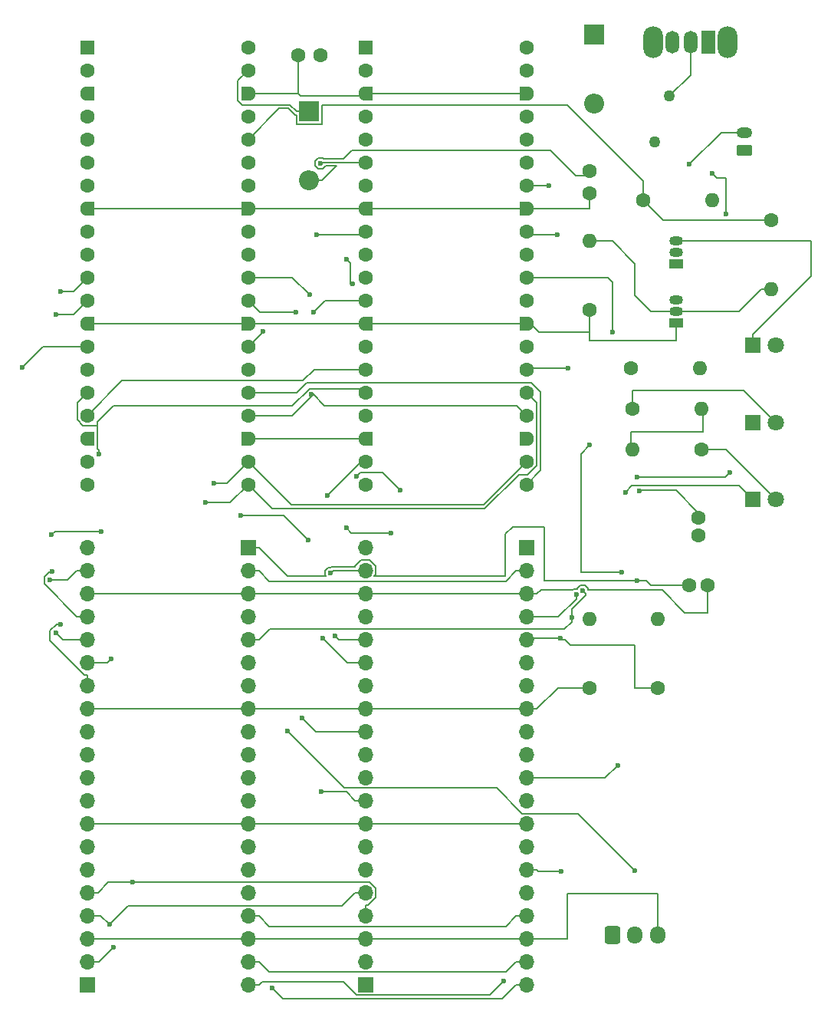
<source format=gbr>
%TF.GenerationSoftware,KiCad,Pcbnew,9.0.1*%
%TF.CreationDate,2025-09-26T21:18:28-04:00*%
%TF.ProjectId,Design V3.0,44657369-676e-4205-9633-2e302e6b6963,rev?*%
%TF.SameCoordinates,Original*%
%TF.FileFunction,Copper,L2,Bot*%
%TF.FilePolarity,Positive*%
%FSLAX46Y46*%
G04 Gerber Fmt 4.6, Leading zero omitted, Abs format (unit mm)*
G04 Created by KiCad (PCBNEW 9.0.1) date 2025-09-26 21:18:28*
%MOMM*%
%LPD*%
G01*
G04 APERTURE LIST*
G04 Aperture macros list*
%AMRoundRect*
0 Rectangle with rounded corners*
0 $1 Rounding radius*
0 $2 $3 $4 $5 $6 $7 $8 $9 X,Y pos of 4 corners*
0 Add a 4 corners polygon primitive as box body*
4,1,4,$2,$3,$4,$5,$6,$7,$8,$9,$2,$3,0*
0 Add four circle primitives for the rounded corners*
1,1,$1+$1,$2,$3*
1,1,$1+$1,$4,$5*
1,1,$1+$1,$6,$7*
1,1,$1+$1,$8,$9*
0 Add four rect primitives between the rounded corners*
20,1,$1+$1,$2,$3,$4,$5,0*
20,1,$1+$1,$4,$5,$6,$7,0*
20,1,$1+$1,$6,$7,$8,$9,0*
20,1,$1+$1,$8,$9,$2,$3,0*%
%AMFreePoly0*
4,1,37,0.603843,0.796157,0.639018,0.796157,0.711114,0.766294,0.766294,0.711114,0.796157,0.639018,0.796157,0.603843,0.800000,0.600000,0.800000,-0.600000,0.796157,-0.603843,0.796157,-0.639018,0.766294,-0.711114,0.711114,-0.766294,0.639018,-0.796157,0.603843,-0.796157,0.600000,-0.800000,0.000000,-0.800000,0.000000,-0.796148,-0.078414,-0.796148,-0.232228,-0.765552,-0.377117,-0.705537,
-0.507515,-0.618408,-0.618408,-0.507515,-0.705537,-0.377117,-0.765552,-0.232228,-0.796148,-0.078414,-0.796148,0.078414,-0.765552,0.232228,-0.705537,0.377117,-0.618408,0.507515,-0.507515,0.618408,-0.377117,0.705537,-0.232228,0.765552,-0.078414,0.796148,0.000000,0.796148,0.000000,0.800000,0.600000,0.800000,0.603843,0.796157,0.603843,0.796157,$1*%
%AMFreePoly1*
4,1,37,0.000000,0.796148,0.078414,0.796148,0.232228,0.765552,0.377117,0.705537,0.507515,0.618408,0.618408,0.507515,0.705537,0.377117,0.765552,0.232228,0.796148,0.078414,0.796148,-0.078414,0.765552,-0.232228,0.705537,-0.377117,0.618408,-0.507515,0.507515,-0.618408,0.377117,-0.705537,0.232228,-0.765552,0.078414,-0.796148,0.000000,-0.796148,0.000000,-0.800000,-0.600000,-0.800000,
-0.603843,-0.796157,-0.639018,-0.796157,-0.711114,-0.766294,-0.766294,-0.711114,-0.796157,-0.639018,-0.796157,-0.603843,-0.800000,-0.600000,-0.800000,0.600000,-0.796157,0.603843,-0.796157,0.639018,-0.766294,0.711114,-0.711114,0.766294,-0.639018,0.796157,-0.603843,0.796157,-0.600000,0.800000,0.000000,0.800000,0.000000,0.796148,0.000000,0.796148,$1*%
G04 Aperture macros list end*
%TA.AperFunction,Conductor*%
%ADD10C,0.200000*%
%TD*%
%TA.AperFunction,ComponentPad*%
%ADD11C,1.600000*%
%TD*%
%TA.AperFunction,ComponentPad*%
%ADD12O,1.600000X1.600000*%
%TD*%
%TA.AperFunction,ComponentPad*%
%ADD13RoundRect,0.250000X-0.600000X-0.725000X0.600000X-0.725000X0.600000X0.725000X-0.600000X0.725000X0*%
%TD*%
%TA.AperFunction,ComponentPad*%
%ADD14O,1.700000X1.950000*%
%TD*%
%TA.AperFunction,ComponentPad*%
%ADD15R,1.800000X1.800000*%
%TD*%
%TA.AperFunction,ComponentPad*%
%ADD16C,1.800000*%
%TD*%
%TA.AperFunction,ComponentPad*%
%ADD17RoundRect,0.200000X-0.600000X-0.600000X0.600000X-0.600000X0.600000X0.600000X-0.600000X0.600000X0*%
%TD*%
%TA.AperFunction,ComponentPad*%
%ADD18FreePoly0,0.000000*%
%TD*%
%TA.AperFunction,ComponentPad*%
%ADD19FreePoly1,0.000000*%
%TD*%
%TA.AperFunction,ComponentPad*%
%ADD20C,1.270000*%
%TD*%
%TA.AperFunction,ComponentPad*%
%ADD21R,2.200000X2.200000*%
%TD*%
%TA.AperFunction,ComponentPad*%
%ADD22O,2.200000X2.200000*%
%TD*%
%TA.AperFunction,ComponentPad*%
%ADD23O,2.200000X3.500000*%
%TD*%
%TA.AperFunction,ComponentPad*%
%ADD24R,1.500000X2.500000*%
%TD*%
%TA.AperFunction,ComponentPad*%
%ADD25O,1.500000X2.500000*%
%TD*%
%TA.AperFunction,ComponentPad*%
%ADD26R,1.700000X1.700000*%
%TD*%
%TA.AperFunction,ComponentPad*%
%ADD27O,1.700000X1.700000*%
%TD*%
%TA.AperFunction,ComponentPad*%
%ADD28RoundRect,0.250000X0.625000X-0.350000X0.625000X0.350000X-0.625000X0.350000X-0.625000X-0.350000X0*%
%TD*%
%TA.AperFunction,ComponentPad*%
%ADD29O,1.750000X1.200000*%
%TD*%
%TA.AperFunction,ComponentPad*%
%ADD30R,1.500000X1.050000*%
%TD*%
%TA.AperFunction,ComponentPad*%
%ADD31O,1.500000X1.050000*%
%TD*%
%TA.AperFunction,ViaPad*%
%ADD32C,0.600000*%
%TD*%
G04 APERTURE END LIST*
D10*
%TO.N,GND*%
X224500000Y-65000000D02*
X225000000Y-65000000D01*
%TO.N,A-VBUS*%
X237000000Y-75000000D02*
X237000000Y-73000000D01*
X229000000Y-75000000D02*
X237000000Y-75000000D01*
X229000000Y-76500000D02*
X229000000Y-75000000D01*
%TD*%
D11*
%TO.P,R6,1*%
%TO.N,GND*%
X224500000Y-61620000D03*
D12*
%TO.P,R6,2*%
%TO.N,Net-(Q4-B)*%
X224500000Y-54000000D03*
%TD*%
D13*
%TO.P,J7,1,Pin_1*%
%TO.N,A_3V3(OUT)*%
X227000000Y-130555000D03*
D14*
%TO.P,J7,2,Pin_2*%
%TO.N,SENSOR_DATA*%
X229500000Y-130555000D03*
%TO.P,J7,3,Pin_3*%
%TO.N,GND*%
X232000000Y-130555000D03*
%TD*%
D11*
%TO.P,R5,1*%
%TO.N,A_3V3(OUT)*%
X244500000Y-51690000D03*
D12*
%TO.P,R5,2*%
%TO.N,Net-(Q4-B)*%
X244500000Y-59310000D03*
%TD*%
D15*
%TO.P,D4,1,K*%
%TO.N,~{STDBY}*%
X242460000Y-82500000D03*
D16*
%TO.P,D4,2,A*%
%TO.N,Net-(D4-A)*%
X245000000Y-82500000D03*
%TD*%
D11*
%TO.P,R8,1*%
%TO.N,Net-(D4-A)*%
X236810000Y-77000000D03*
D12*
%TO.P,R8,2*%
%TO.N,A-VBUS*%
X229190000Y-77000000D03*
%TD*%
D17*
%TO.P,A1,1,GPIO0*%
%TO.N,A_GPIO0*%
X169000000Y-32600000D03*
D11*
%TO.P,A1,2,GPIO1*%
%TO.N,A_GPIO1*%
X169000000Y-35140000D03*
D18*
%TO.P,A1,3,GND*%
%TO.N,GND*%
X169000000Y-37680000D03*
D11*
%TO.P,A1,4,GPIO2*%
%TO.N,A_GPIO2*%
X169000000Y-40220000D03*
%TO.P,A1,5,GPIO3*%
%TO.N,A_GPIO3*%
X169000000Y-42760000D03*
%TO.P,A1,6,GPIO4*%
%TO.N,A_GPIO4*%
X169000000Y-45300000D03*
%TO.P,A1,7,GPIO5*%
%TO.N,A_GPIO5*%
X169000000Y-47840000D03*
D18*
%TO.P,A1,8,GND*%
%TO.N,GND*%
X169000000Y-50380000D03*
D11*
%TO.P,A1,9,GPIO6*%
%TO.N,A_GPIO6*%
X169000000Y-52920000D03*
%TO.P,A1,10,GPIO7*%
%TO.N,A_GPIO7*%
X169000000Y-55460000D03*
%TO.P,A1,11,GPIO8*%
%TO.N,A_GPIO8*%
X169000000Y-58000000D03*
%TO.P,A1,12,GPIO9*%
%TO.N,A_GPIO9*%
X169000000Y-60540000D03*
D18*
%TO.P,A1,13,GND*%
%TO.N,GND*%
X169000000Y-63080000D03*
D11*
%TO.P,A1,14,GPIO10*%
%TO.N,A_GPIO10*%
X169000000Y-65620000D03*
%TO.P,A1,15,GPIO11*%
%TO.N,A_GPIO11*%
X169000000Y-68160000D03*
%TO.P,A1,16,GPIO12*%
%TO.N,UART_TX*%
X169000000Y-70700000D03*
%TO.P,A1,17,GPIO13*%
%TO.N,UART_RX*%
X169000000Y-73240000D03*
D18*
%TO.P,A1,18,GND*%
%TO.N,GND*%
X169000000Y-75780000D03*
D11*
%TO.P,A1,19,GPIO14*%
%TO.N,A_GPIO14*%
X169000000Y-78320000D03*
%TO.P,A1,20,GPIO15*%
%TO.N,A_GPIO15*%
X169000000Y-80860000D03*
%TO.P,A1,21,GPIO16*%
%TO.N,RX-TX*%
X186780000Y-80860000D03*
%TO.P,A1,22,GPIO17*%
%TO.N,CS*%
X186780000Y-78320000D03*
D19*
%TO.P,A1,23,GND*%
%TO.N,GND*%
X186780000Y-75780000D03*
D11*
%TO.P,A1,24,GPIO18*%
%TO.N,SCK*%
X186780000Y-73240000D03*
%TO.P,A1,25,GPIO19*%
%TO.N,TX-RX*%
X186780000Y-70700000D03*
%TO.P,A1,26,GPIO20*%
%TO.N,A_GPIO20*%
X186780000Y-68160000D03*
%TO.P,A1,27,GPIO21*%
%TO.N,A_GPIO21*%
X186780000Y-65620000D03*
D19*
%TO.P,A1,28,GND*%
%TO.N,GND*%
X186780000Y-63080000D03*
D11*
%TO.P,A1,29,GPIO22*%
%TO.N,SENSOR_DATA*%
X186780000Y-60540000D03*
%TO.P,A1,30,RUN*%
%TO.N,A_RUN*%
X186780000Y-58000000D03*
%TO.P,A1,31,GPIO26_ADC0*%
%TO.N,A_GPIO26*%
X186780000Y-55460000D03*
%TO.P,A1,32,GPIO27_ADC1*%
%TO.N,A_GPIO27*%
X186780000Y-52920000D03*
D19*
%TO.P,A1,33,AGND*%
%TO.N,GND*%
X186780000Y-50380000D03*
D11*
%TO.P,A1,34,GPIO28_ADC2*%
%TO.N,A_GPIO28*%
X186780000Y-47840000D03*
%TO.P,A1,35,ADC_VREF*%
%TO.N,A_ADC_VREF*%
X186780000Y-45300000D03*
%TO.P,A1,36,3V3*%
%TO.N,A_3V3(OUT)*%
X186780000Y-42760000D03*
%TO.P,A1,37,3V3_EN*%
%TO.N,A_3V3_EN*%
X186780000Y-40220000D03*
D19*
%TO.P,A1,38,GND*%
%TO.N,GND*%
X186780000Y-37680000D03*
D11*
%TO.P,A1,39,VSYS*%
%TO.N,Net-(A1-VSYS)*%
X186780000Y-35140000D03*
%TO.P,A1,40,VBUS*%
%TO.N,A-VBUS*%
X186780000Y-32600000D03*
%TD*%
D20*
%TO.P,F1,1*%
%TO.N,VSYS*%
X231700000Y-43050000D03*
%TO.P,F1,2*%
%TO.N,Net-(SW1-B)*%
X233300000Y-37950000D03*
%TD*%
D11*
%TO.P,R2,1*%
%TO.N,A_3V3(OUT)*%
X230380000Y-49500000D03*
D12*
%TO.P,R2,2*%
%TO.N,Net-(D2-A)*%
X238000000Y-49500000D03*
%TD*%
D21*
%TO.P,D5,1,K*%
%TO.N,Net-(A1-VSYS)*%
X193500000Y-39690000D03*
D22*
%TO.P,D5,2,A*%
%TO.N,VSYS*%
X193500000Y-47310000D03*
%TD*%
D23*
%TO.P,SW1,*%
%TO.N,*%
X239700000Y-32000000D03*
X231500000Y-32000000D03*
D24*
%TO.P,SW1,1,A*%
%TO.N,VBAT(+)*%
X237600000Y-32000000D03*
D25*
%TO.P,SW1,2,B*%
%TO.N,Net-(SW1-B)*%
X235600000Y-32000000D03*
%TO.P,SW1,3*%
%TO.N,N/C*%
X233600000Y-32000000D03*
%TD*%
D11*
%TO.P,C4,1*%
%TO.N,GND*%
X236500000Y-86500000D03*
%TO.P,C4,2*%
%TO.N,VBAT(+)*%
X236500000Y-84500000D03*
%TD*%
%TO.P,C2,1*%
%TO.N,GND*%
X224500000Y-48750000D03*
%TO.P,C2,2*%
%TO.N,VSYS*%
X224500000Y-46250000D03*
%TD*%
D26*
%TO.P,J4,1,Pin_1*%
%TO.N,B_GPIO15*%
X199720000Y-136060000D03*
D27*
%TO.P,J4,2,Pin_2*%
%TO.N,B_GPIO14*%
X199720000Y-133520000D03*
%TO.P,J4,3,Pin_3*%
%TO.N,GND*%
X199720000Y-130980000D03*
%TO.P,J4,4,Pin_4*%
%TO.N,UART_TX*%
X199720000Y-128440000D03*
%TO.P,J4,5,Pin_5*%
%TO.N,UART_RX*%
X199720000Y-125900000D03*
%TO.P,J4,6,Pin_6*%
%TO.N,B_GPIO11*%
X199720000Y-123360000D03*
%TO.P,J4,7,Pin_7*%
%TO.N,B_GPIO10*%
X199720000Y-120820000D03*
%TO.P,J4,8,Pin_8*%
%TO.N,GND*%
X199720000Y-118280000D03*
%TO.P,J4,9,Pin_9*%
%TO.N,B_GPIO9*%
X199720000Y-115740000D03*
%TO.P,J4,10,Pin_10*%
%TO.N,B_GPIO8*%
X199720000Y-113200000D03*
%TO.P,J4,11,Pin_11*%
%TO.N,B_GPIO7*%
X199720000Y-110660000D03*
%TO.P,J4,12,Pin_12*%
%TO.N,B_GPIO6*%
X199720000Y-108120000D03*
%TO.P,J4,13,Pin_13*%
%TO.N,GND*%
X199720000Y-105580000D03*
%TO.P,J4,14,Pin_14*%
%TO.N,B_GPIO5*%
X199720000Y-103040000D03*
%TO.P,J4,15,Pin_15*%
%TO.N,B_GPIO4*%
X199720000Y-100500000D03*
%TO.P,J4,16,Pin_16*%
%TO.N,B_GPIO3*%
X199720000Y-97960000D03*
%TO.P,J4,17,Pin_17*%
%TO.N,B_GPIO2*%
X199720000Y-95420000D03*
%TO.P,J4,18,Pin_18*%
%TO.N,GND*%
X199720000Y-92880000D03*
%TO.P,J4,19,Pin_19*%
%TO.N,B_GPIO1*%
X199720000Y-90340000D03*
%TO.P,J4,20,Pin_20*%
%TO.N,B_GPIO0*%
X199720000Y-87800000D03*
%TD*%
D26*
%TO.P,J3,1,Pin_1*%
%TO.N,A-VBUS*%
X186780000Y-87860000D03*
D27*
%TO.P,J3,2,Pin_2*%
%TO.N,VSYS*%
X186780000Y-90400000D03*
%TO.P,J3,3,Pin_3*%
%TO.N,GND*%
X186780000Y-92940000D03*
%TO.P,J3,4,Pin_4*%
%TO.N,A_3V3_EN*%
X186780000Y-95480000D03*
%TO.P,J3,5,Pin_5*%
%TO.N,A_3V3(OUT)*%
X186780000Y-98020000D03*
%TO.P,J3,6,Pin_6*%
%TO.N,A_ADC_VREF*%
X186780000Y-100560000D03*
%TO.P,J3,7,Pin_7*%
%TO.N,A_GPIO28*%
X186780000Y-103100000D03*
%TO.P,J3,8,Pin_8*%
%TO.N,GND*%
X186780000Y-105640000D03*
%TO.P,J3,9,Pin_9*%
%TO.N,A_GPIO27*%
X186780000Y-108180000D03*
%TO.P,J3,10,Pin_10*%
%TO.N,A_GPIO26*%
X186780000Y-110720000D03*
%TO.P,J3,11,Pin_11*%
%TO.N,A_RUN*%
X186780000Y-113260000D03*
%TO.P,J3,12,Pin_12*%
%TO.N,SENSOR_DATA*%
X186780000Y-115800000D03*
%TO.P,J3,13,Pin_13*%
%TO.N,GND*%
X186780000Y-118340000D03*
%TO.P,J3,14,Pin_14*%
%TO.N,A_GPIO21*%
X186780000Y-120880000D03*
%TO.P,J3,15,Pin_15*%
%TO.N,A_GPIO20*%
X186780000Y-123420000D03*
%TO.P,J3,16,Pin_16*%
%TO.N,TX-RX*%
X186780000Y-125960000D03*
%TO.P,J3,17,Pin_17*%
%TO.N,SCK*%
X186780000Y-128500000D03*
%TO.P,J3,18,Pin_18*%
%TO.N,GND*%
X186780000Y-131040000D03*
%TO.P,J3,19,Pin_19*%
%TO.N,CS*%
X186780000Y-133580000D03*
%TO.P,J3,20,Pin_20*%
%TO.N,RX-TX*%
X186780000Y-136120000D03*
%TD*%
D28*
%TO.P,J1,1,Pin_1*%
%TO.N,VBAT(+)*%
X241550000Y-44000000D03*
D29*
%TO.P,J1,2,Pin_2*%
%TO.N,GND*%
X241550000Y-42000000D03*
%TD*%
D11*
%TO.P,C1,1*%
%TO.N,VSYS*%
X194750000Y-33500000D03*
%TO.P,C1,2*%
%TO.N,GND*%
X192250000Y-33500000D03*
%TD*%
D26*
%TO.P,J2,1,Pin_1*%
%TO.N,A_GPIO15*%
X169000000Y-136060000D03*
D27*
%TO.P,J2,2,Pin_2*%
%TO.N,A_GPIO14*%
X169000000Y-133520000D03*
%TO.P,J2,3,Pin_3*%
%TO.N,GND*%
X169000000Y-130980000D03*
%TO.P,J2,4,Pin_4*%
%TO.N,UART_RX*%
X169000000Y-128440000D03*
%TO.P,J2,5,Pin_5*%
%TO.N,UART_TX*%
X169000000Y-125900000D03*
%TO.P,J2,6,Pin_6*%
%TO.N,A_GPIO11*%
X169000000Y-123360000D03*
%TO.P,J2,7,Pin_7*%
%TO.N,A_GPIO10*%
X169000000Y-120820000D03*
%TO.P,J2,8,Pin_8*%
%TO.N,GND*%
X169000000Y-118280000D03*
%TO.P,J2,9,Pin_9*%
%TO.N,A_GPIO9*%
X169000000Y-115740000D03*
%TO.P,J2,10,Pin_10*%
%TO.N,A_GPIO8*%
X169000000Y-113200000D03*
%TO.P,J2,11,Pin_11*%
%TO.N,A_GPIO7*%
X169000000Y-110660000D03*
%TO.P,J2,12,Pin_12*%
%TO.N,A_GPIO6*%
X169000000Y-108120000D03*
%TO.P,J2,13,Pin_13*%
%TO.N,GND*%
X169000000Y-105580000D03*
%TO.P,J2,14,Pin_14*%
%TO.N,A_GPIO5*%
X169000000Y-103040000D03*
%TO.P,J2,15,Pin_15*%
%TO.N,A_GPIO4*%
X169000000Y-100500000D03*
%TO.P,J2,16,Pin_16*%
%TO.N,A_GPIO3*%
X169000000Y-97960000D03*
%TO.P,J2,17,Pin_17*%
%TO.N,A_GPIO2*%
X169000000Y-95420000D03*
%TO.P,J2,18,Pin_18*%
%TO.N,GND*%
X169000000Y-92880000D03*
%TO.P,J2,19,Pin_19*%
%TO.N,A_GPIO1*%
X169000000Y-90340000D03*
%TO.P,J2,20,Pin_20*%
%TO.N,A_GPIO0*%
X169000000Y-87800000D03*
%TD*%
D11*
%TO.P,R1,1*%
%TO.N,GND*%
X224500000Y-103310000D03*
D12*
%TO.P,R1,2*%
%TO.N,Net-(U1-PROG)*%
X224500000Y-95690000D03*
%TD*%
D11*
%TO.P,R7,1*%
%TO.N,Net-(Q3-E)*%
X229000000Y-68000000D03*
D12*
%TO.P,R7,2*%
%TO.N,Net-(Q3-B)*%
X236620000Y-68000000D03*
%TD*%
D15*
%TO.P,D2,1,K*%
%TO.N,Net-(D2-K)*%
X242460000Y-65500000D03*
D16*
%TO.P,D2,2,A*%
%TO.N,Net-(D2-A)*%
X245000000Y-65500000D03*
%TD*%
D15*
%TO.P,D3,1,K*%
%TO.N,~{CHRG}*%
X242460000Y-74000000D03*
D16*
%TO.P,D3,2,A*%
%TO.N,Net-(D3-A)*%
X245000000Y-74000000D03*
%TD*%
D11*
%TO.P,C3,1*%
%TO.N,GND*%
X237500000Y-92000000D03*
%TO.P,C3,2*%
%TO.N,A-VBUS*%
X235500000Y-92000000D03*
%TD*%
D21*
%TO.P,D6,1,K*%
%TO.N,Net-(A2-VSYS)*%
X225000000Y-31190000D03*
D22*
%TO.P,D6,2,A*%
%TO.N,VSYS*%
X225000000Y-38810000D03*
%TD*%
D30*
%TO.P,Q3,1,E*%
%TO.N,Net-(Q3-E)*%
X234000000Y-56500000D03*
D31*
%TO.P,Q3,2,B*%
%TO.N,Net-(Q3-B)*%
X234000000Y-55230000D03*
%TO.P,Q3,3,C*%
%TO.N,Net-(D2-K)*%
X234000000Y-53960000D03*
%TD*%
D11*
%TO.P,R3,1*%
%TO.N,Net-(D3-A)*%
X229190000Y-72500000D03*
D12*
%TO.P,R3,2*%
%TO.N,A-VBUS*%
X236810000Y-72500000D03*
%TD*%
D26*
%TO.P,J5,1,Pin_1*%
%TO.N,B-VBUS*%
X217500000Y-87860000D03*
D27*
%TO.P,J5,2,Pin_2*%
%TO.N,VSYS*%
X217500000Y-90400000D03*
%TO.P,J5,3,Pin_3*%
%TO.N,GND*%
X217500000Y-92940000D03*
%TO.P,J5,4,Pin_4*%
%TO.N,B_3V3_EN*%
X217500000Y-95480000D03*
%TO.P,J5,5,Pin_5*%
%TO.N,B_3V3(OUT)*%
X217500000Y-98020000D03*
%TO.P,J5,6,Pin_6*%
%TO.N,B_ADC_VREF*%
X217500000Y-100560000D03*
%TO.P,J5,7,Pin_7*%
%TO.N,B_GPIO28*%
X217500000Y-103100000D03*
%TO.P,J5,8,Pin_8*%
%TO.N,GND*%
X217500000Y-105640000D03*
%TO.P,J5,9,Pin_9*%
%TO.N,B_GPIO27*%
X217500000Y-108180000D03*
%TO.P,J5,10,Pin_10*%
%TO.N,B_GPIO26*%
X217500000Y-110720000D03*
%TO.P,J5,11,Pin_11*%
%TO.N,B_RUN*%
X217500000Y-113260000D03*
%TO.P,J5,12,Pin_12*%
%TO.N,B_GPIO22*%
X217500000Y-115800000D03*
%TO.P,J5,13,Pin_13*%
%TO.N,GND*%
X217500000Y-118340000D03*
%TO.P,J5,14,Pin_14*%
%TO.N,B_GPIO21*%
X217500000Y-120880000D03*
%TO.P,J5,15,Pin_15*%
%TO.N,B_GPIO20*%
X217500000Y-123420000D03*
%TO.P,J5,16,Pin_16*%
%TO.N,RX-TX*%
X217500000Y-125960000D03*
%TO.P,J5,17,Pin_17*%
%TO.N,SCK*%
X217500000Y-128500000D03*
%TO.P,J5,18,Pin_18*%
%TO.N,GND*%
X217500000Y-131040000D03*
%TO.P,J5,19,Pin_19*%
%TO.N,CS*%
X217500000Y-133580000D03*
%TO.P,J5,20,Pin_20*%
%TO.N,TX-RX*%
X217500000Y-136120000D03*
%TD*%
D17*
%TO.P,A2,1,GPIO0*%
%TO.N,B_GPIO0*%
X199720000Y-32600000D03*
D11*
%TO.P,A2,2,GPIO1*%
%TO.N,B_GPIO1*%
X199720000Y-35140000D03*
D18*
%TO.P,A2,3,GND*%
%TO.N,GND*%
X199720000Y-37680000D03*
D11*
%TO.P,A2,4,GPIO2*%
%TO.N,B_GPIO2*%
X199720000Y-40220000D03*
%TO.P,A2,5,GPIO3*%
%TO.N,B_GPIO3*%
X199720000Y-42760000D03*
%TO.P,A2,6,GPIO4*%
%TO.N,B_GPIO4*%
X199720000Y-45300000D03*
%TO.P,A2,7,GPIO5*%
%TO.N,B_GPIO5*%
X199720000Y-47840000D03*
D18*
%TO.P,A2,8,GND*%
%TO.N,GND*%
X199720000Y-50380000D03*
D11*
%TO.P,A2,9,GPIO6*%
%TO.N,B_GPIO6*%
X199720000Y-52920000D03*
%TO.P,A2,10,GPIO7*%
%TO.N,B_GPIO7*%
X199720000Y-55460000D03*
%TO.P,A2,11,GPIO8*%
%TO.N,B_GPIO8*%
X199720000Y-58000000D03*
%TO.P,A2,12,GPIO9*%
%TO.N,B_GPIO9*%
X199720000Y-60540000D03*
D18*
%TO.P,A2,13,GND*%
%TO.N,GND*%
X199720000Y-63080000D03*
D11*
%TO.P,A2,14,GPIO10*%
%TO.N,B_GPIO10*%
X199720000Y-65620000D03*
%TO.P,A2,15,GPIO11*%
%TO.N,UART_RX*%
X199720000Y-68160000D03*
%TO.P,A2,16,GPIO12*%
%TO.N,UART_TX*%
X199720000Y-70700000D03*
%TO.P,A2,17,GPIO13*%
%TO.N,B_GPIO13*%
X199720000Y-73240000D03*
D18*
%TO.P,A2,18,GND*%
%TO.N,GND*%
X199720000Y-75780000D03*
D11*
%TO.P,A2,19,GPIO14*%
%TO.N,B_GPIO14*%
X199720000Y-78320000D03*
%TO.P,A2,20,GPIO15*%
%TO.N,B_GPIO15*%
X199720000Y-80860000D03*
%TO.P,A2,21,GPIO16*%
%TO.N,TX-RX*%
X217500000Y-80860000D03*
%TO.P,A2,22,GPIO17*%
%TO.N,CS*%
X217500000Y-78320000D03*
D19*
%TO.P,A2,23,GND*%
%TO.N,GND*%
X217500000Y-75780000D03*
D11*
%TO.P,A2,24,GPIO18*%
%TO.N,SCK*%
X217500000Y-73240000D03*
%TO.P,A2,25,GPIO19*%
%TO.N,RX-TX*%
X217500000Y-70700000D03*
%TO.P,A2,26,GPIO20*%
%TO.N,B_GPIO20*%
X217500000Y-68160000D03*
%TO.P,A2,27,GPIO21*%
%TO.N,B_GPIO21*%
X217500000Y-65620000D03*
D19*
%TO.P,A2,28,GND*%
%TO.N,GND*%
X217500000Y-63080000D03*
D11*
%TO.P,A2,29,GPIO22*%
%TO.N,B_GPIO22*%
X217500000Y-60540000D03*
%TO.P,A2,30,RUN*%
%TO.N,B_RUN*%
X217500000Y-58000000D03*
%TO.P,A2,31,GPIO26_ADC0*%
%TO.N,B_GPIO26*%
X217500000Y-55460000D03*
%TO.P,A2,32,GPIO27_ADC1*%
%TO.N,B_GPIO27*%
X217500000Y-52920000D03*
D19*
%TO.P,A2,33,AGND*%
%TO.N,GND*%
X217500000Y-50380000D03*
D11*
%TO.P,A2,34,GPIO28_ADC2*%
%TO.N,B_GPIO28*%
X217500000Y-47840000D03*
%TO.P,A2,35,ADC_VREF*%
%TO.N,B_ADC_VREF*%
X217500000Y-45300000D03*
%TO.P,A2,36,3V3*%
%TO.N,B_3V3(OUT)*%
X217500000Y-42760000D03*
%TO.P,A2,37,3V3_EN*%
%TO.N,B_3V3_EN*%
X217500000Y-40220000D03*
D19*
%TO.P,A2,38,GND*%
%TO.N,GND*%
X217500000Y-37680000D03*
D11*
%TO.P,A2,39,VSYS*%
%TO.N,Net-(A2-VSYS)*%
X217500000Y-35140000D03*
%TO.P,A2,40,VBUS*%
%TO.N,B-VBUS*%
X217500000Y-32600000D03*
%TD*%
D30*
%TO.P,Q4,1,E*%
%TO.N,GND*%
X234000000Y-63000000D03*
D31*
%TO.P,Q4,2,B*%
%TO.N,Net-(Q4-B)*%
X234000000Y-61730000D03*
%TO.P,Q4,3,C*%
%TO.N,Net-(Q3-E)*%
X234000000Y-60460000D03*
%TD*%
D11*
%TO.P,R4,1*%
%TO.N,B_3V3(OUT)*%
X232000000Y-103310000D03*
D12*
%TO.P,R4,2*%
%TO.N,Net-(Q3-B)*%
X232000000Y-95690000D03*
%TD*%
D32*
%TO.N,GND*%
X235500000Y-45500000D03*
%TO.N,SCK*%
X193741500Y-70904700D03*
%TO.N,A_GPIO5*%
X166038800Y-96308400D03*
%TO.N,A_3V3(OUT)*%
X223701706Y-92600000D03*
X222500000Y-95500000D03*
%TO.N,A_GPIO2*%
X165112900Y-90472600D03*
%TO.N,UART_RX*%
X171431600Y-129419200D03*
%TO.N,A_GPIO14*%
X171868900Y-131904700D03*
%TO.N,A_GPIO10*%
X161843600Y-67910600D03*
%TO.N,TX-RX*%
X189406400Y-136411000D03*
%TO.N,A_RUN*%
X193566100Y-59920100D03*
%TO.N,CS*%
X182994200Y-80687900D03*
%TO.N,A_GPIO8*%
X166080800Y-59532900D03*
%TO.N,A-VBUS*%
X229727600Y-91500000D03*
%TO.N,A_GPIO3*%
X165537600Y-97211300D03*
%TO.N,RX-TX*%
X214996000Y-135682800D03*
X182043900Y-82843600D03*
%TO.N,A_GPIO4*%
X170559600Y-86036400D03*
X171597900Y-100139600D03*
X165058400Y-86398200D03*
%TO.N,A_GPIO1*%
X164835500Y-91354700D03*
%TO.N,A_GPIO9*%
X165561600Y-62071500D03*
%TO.N,A_GPIO21*%
X193363400Y-86981200D03*
X188369200Y-63957200D03*
X185916600Y-84280900D03*
%TO.N,UART_TX*%
X170265100Y-77481900D03*
X173973300Y-124721500D03*
%TO.N,SENSOR_DATA*%
X191082050Y-108082050D03*
X192071700Y-61793800D03*
X229500000Y-123500000D03*
%TO.N,B_GPIO7*%
X202547200Y-86200900D03*
X197588700Y-85653400D03*
%TO.N,B_GPIO6*%
X194341300Y-53286800D03*
X192728400Y-106600200D03*
%TO.N,B_GPIO27*%
X220877000Y-53286800D03*
%TO.N,B_RUN*%
X224500000Y-76500000D03*
X227594800Y-111852800D03*
X227000000Y-64000000D03*
X228000000Y-90500000D03*
%TO.N,B_GPIO14*%
X195485200Y-82034700D03*
%TO.N,B_GPIO4*%
X194758200Y-45432500D03*
X195012900Y-97782800D03*
%TO.N,B_3V3(OUT)*%
X221256799Y-97835299D03*
%TO.N,B_GPIO1*%
X195855900Y-90653800D03*
%TO.N,B_GPIO28*%
X220000000Y-47840000D03*
%TO.N,B_GPIO2*%
X198295500Y-58728300D03*
X197604700Y-56020100D03*
%TO.N,B_GPIO10*%
X198721800Y-79954600D03*
X203550700Y-81441800D03*
%TO.N,B_GPIO3*%
X196323900Y-97528100D03*
%TO.N,B_GPIO20*%
X221345300Y-123566000D03*
X222058700Y-68000000D03*
%TO.N,B_3V3_EN*%
X223000000Y-92984200D03*
%TO.N,B_GPIO9*%
X194874100Y-114781100D03*
X193984000Y-61793800D03*
%TO.N,VBAT(+)*%
X239500000Y-51000000D03*
X230000000Y-81600000D03*
X238000000Y-46500000D03*
%TO.N,~{CHRG}*%
X240000000Y-79500000D03*
X229704300Y-80043000D03*
%TO.N,~{STDBY}*%
X228402300Y-81738700D03*
%TD*%
D10*
%TO.N,GND*%
X218651700Y-92940000D02*
X217500000Y-92940000D01*
X199720000Y-92880000D02*
X187991700Y-92880000D01*
X217500000Y-37680000D02*
X199720000Y-37680000D01*
X199720000Y-105580000D02*
X198568300Y-105580000D01*
X199720000Y-130980000D02*
X216288300Y-130980000D01*
X186204200Y-131040000D02*
X185628300Y-131040000D01*
X185568300Y-130980000D02*
X185628300Y-131040000D01*
X235000000Y-95000000D02*
X232500000Y-92500000D01*
X217500000Y-50380000D02*
X224500000Y-50380000D01*
X218075900Y-105640000D02*
X218651700Y-105640000D01*
X199720000Y-105580000D02*
X200871700Y-105580000D01*
X169000000Y-50380000D02*
X186780000Y-50380000D01*
X186780000Y-118340000D02*
X185628300Y-118340000D01*
X224500000Y-61620000D02*
X224500000Y-64000000D01*
X237500000Y-95000000D02*
X235000000Y-95000000D01*
X199720000Y-63080000D02*
X186780000Y-63080000D01*
X217500000Y-131040000D02*
X216348300Y-131040000D01*
X199720000Y-50380000D02*
X186780000Y-50380000D01*
X186780000Y-92940000D02*
X187931700Y-92940000D01*
X169000000Y-92880000D02*
X170151700Y-92880000D01*
X224500000Y-103310000D02*
X220981700Y-103310000D01*
X218862500Y-64000000D02*
X217862500Y-63000000D01*
X199720000Y-118280000D02*
X200871700Y-118280000D01*
X186780000Y-105640000D02*
X198508300Y-105640000D01*
X222000000Y-126000000D02*
X232000000Y-126000000D01*
X169000000Y-63080000D02*
X186780000Y-63080000D01*
X237500000Y-92000000D02*
X237500000Y-95000000D01*
X192250000Y-37680000D02*
X192552300Y-37982300D01*
X200931700Y-92940000D02*
X200871700Y-92880000D01*
X216288300Y-130980000D02*
X216348300Y-131040000D01*
X217500000Y-50380000D02*
X199720000Y-50380000D01*
X186780000Y-37680000D02*
X192250000Y-37680000D01*
X239000000Y-42000000D02*
X241550000Y-42000000D01*
X223950649Y-91999000D02*
X223452763Y-91999000D01*
X187991700Y-92880000D02*
X187931700Y-92940000D01*
X217500000Y-92940000D02*
X200931700Y-92940000D01*
X186780000Y-92940000D02*
X170211700Y-92940000D01*
X235500000Y-45500000D02*
X239000000Y-42000000D01*
X185568300Y-118280000D02*
X185628300Y-118340000D01*
X200931700Y-105640000D02*
X200871700Y-105580000D01*
X232500000Y-92500000D02*
X224302706Y-92500000D01*
X187991700Y-118280000D02*
X187931700Y-118340000D01*
X224500000Y-64000000D02*
X218862500Y-64000000D01*
X186204200Y-105640000D02*
X185628300Y-105640000D01*
X186780000Y-118340000D02*
X187931700Y-118340000D01*
X234000000Y-65000000D02*
X234000000Y-63000000D01*
X223452763Y-91999000D02*
X223100706Y-92351057D01*
X219091700Y-92500000D02*
X218651700Y-92940000D01*
X170211700Y-92940000D02*
X170151700Y-92880000D01*
X220981700Y-103310000D02*
X218651700Y-105640000D01*
X186264200Y-130980000D02*
X199720000Y-130980000D01*
X186780000Y-75780000D02*
X199720000Y-75780000D01*
X199720000Y-92880000D02*
X200871700Y-92880000D01*
X224302706Y-92351057D02*
X223950649Y-91999000D01*
X199720000Y-118280000D02*
X187991700Y-118280000D01*
X200931700Y-118340000D02*
X200871700Y-118280000D01*
X185568300Y-105580000D02*
X185628300Y-105640000D01*
X232000000Y-126000000D02*
X232000000Y-130555000D01*
X192250000Y-37680000D02*
X192250000Y-33500000D01*
X217500000Y-118340000D02*
X200931700Y-118340000D01*
X223100706Y-92351057D02*
X223100706Y-92383200D01*
X169000000Y-105580000D02*
X185568300Y-105580000D01*
X224302706Y-92500000D02*
X224302706Y-92351057D01*
X223100706Y-92383200D02*
X222751057Y-92383200D01*
X217500000Y-105640000D02*
X200931700Y-105640000D01*
X224500000Y-50380000D02*
X224500000Y-48750000D01*
X198508300Y-105640000D02*
X198568300Y-105580000D01*
X222751057Y-92383200D02*
X222634257Y-92500000D01*
X222000000Y-131040000D02*
X217500000Y-131040000D01*
X222634257Y-92500000D02*
X219091700Y-92500000D01*
X222000000Y-131040000D02*
X222000000Y-126000000D01*
X199720000Y-63080000D02*
X217500000Y-63080000D01*
X192552300Y-37982300D02*
X199417700Y-37982300D01*
X224782500Y-65000000D02*
X234000000Y-65000000D01*
X169000000Y-130980000D02*
X185568300Y-130980000D01*
X169000000Y-118280000D02*
X185568300Y-118280000D01*
X224500000Y-64000000D02*
X224500000Y-65000000D01*
%TO.N,SCK*%
X189045700Y-129614000D02*
X215234300Y-129614000D01*
X186780000Y-73240000D02*
X191630100Y-73240000D01*
X215234300Y-129614000D02*
X216348300Y-128500000D01*
X187931700Y-128500000D02*
X189045700Y-129614000D01*
X193965400Y-70904700D02*
X195184100Y-72123400D01*
X217500000Y-128500000D02*
X216348300Y-128500000D01*
X186780000Y-128500000D02*
X187931700Y-128500000D01*
X193965400Y-70904700D02*
X193741500Y-70904700D01*
X216383400Y-72123400D02*
X217500000Y-73240000D01*
X195184100Y-72123400D02*
X216383400Y-72123400D01*
X191630100Y-73240000D02*
X193965400Y-70904700D01*
%TO.N,A_GPIO5*%
X165588500Y-96308400D02*
X166038800Y-96308400D01*
X164891900Y-97005000D02*
X165588500Y-96308400D01*
X164891900Y-98068100D02*
X164891900Y-97005000D01*
X169000000Y-101888300D02*
X168712100Y-101888300D01*
X169000000Y-103040000D02*
X169000000Y-101888300D01*
X168712100Y-101888300D02*
X164891900Y-98068100D01*
%TO.N,A_3V3(OUT)*%
X186780000Y-42760000D02*
X190191800Y-39348200D01*
X224000000Y-93067100D02*
X222500000Y-94567100D01*
X189161500Y-96790200D02*
X187931700Y-98020000D01*
X232570000Y-51690000D02*
X230380000Y-49500000D01*
X222500000Y-95500000D02*
X222500000Y-96000000D01*
X244500000Y-51690000D02*
X232570000Y-51690000D01*
X222000000Y-39000000D02*
X230380000Y-47380000D01*
X187931700Y-98020000D02*
X186780000Y-98020000D01*
X192099000Y-40091000D02*
X192099000Y-41091000D01*
X191189400Y-39348200D02*
X191932200Y-40091000D01*
X194901000Y-39000000D02*
X222000000Y-39000000D01*
X191932200Y-40091000D02*
X192099000Y-40091000D01*
X223701706Y-92600000D02*
X224000000Y-92898294D01*
X224000000Y-92898294D02*
X224000000Y-93067100D01*
X222500000Y-94567100D02*
X222500000Y-95500000D01*
X194901000Y-41091000D02*
X194901000Y-39000000D01*
X221709800Y-96790200D02*
X189161500Y-96790200D01*
X222500000Y-96000000D02*
X221709800Y-96790200D01*
X192099000Y-41091000D02*
X194901000Y-41091000D01*
X230380000Y-47380000D02*
X230380000Y-49500000D01*
X190191800Y-39348200D02*
X191189400Y-39348200D01*
%TO.N,A_GPIO2*%
X164842400Y-90472600D02*
X165112900Y-90472600D01*
X164229900Y-91085100D02*
X164842400Y-90472600D01*
X167848300Y-95420000D02*
X164229900Y-91801600D01*
X164229900Y-91801600D02*
X164229900Y-91085100D01*
X169000000Y-95420000D02*
X167848300Y-95420000D01*
%TO.N,Net-(A1-VSYS)*%
X193500000Y-39690000D02*
X192098300Y-39690000D01*
X191355500Y-38947200D02*
X192098300Y-39690000D01*
X186780000Y-35140000D02*
X185619600Y-36300400D01*
X185619600Y-38454800D02*
X186112000Y-38947200D01*
X186112000Y-38947200D02*
X191355500Y-38947200D01*
X185619600Y-36300400D02*
X185619600Y-38454800D01*
%TO.N,UART_RX*%
X169575900Y-128440000D02*
X170452400Y-128440000D01*
X194032700Y-68160000D02*
X192805500Y-69387200D01*
X199720000Y-125900000D02*
X198568300Y-125900000D01*
X170452400Y-128440000D02*
X171431600Y-129419200D01*
X197141600Y-127326700D02*
X173524100Y-127326700D01*
X199720000Y-68160000D02*
X194032700Y-68160000D01*
X172852800Y-69387200D02*
X169000000Y-73240000D01*
X198568300Y-125900000D02*
X197141600Y-127326700D01*
X192805500Y-69387200D02*
X172852800Y-69387200D01*
X173524100Y-127326700D02*
X171431600Y-129419200D01*
%TO.N,A_GPIO14*%
X169000000Y-133520000D02*
X170253600Y-133520000D01*
X170253600Y-133520000D02*
X171868900Y-131904700D01*
%TO.N,A_GPIO10*%
X164134200Y-65620000D02*
X161843600Y-67910600D01*
X169000000Y-65620000D02*
X164134200Y-65620000D01*
%TO.N,TX-RX*%
X217500000Y-80860000D02*
X219050400Y-79309600D01*
X190608800Y-137613400D02*
X214854900Y-137613400D01*
X219050400Y-70633800D02*
X218011400Y-69594800D01*
X217500000Y-136120000D02*
X216348300Y-136120000D01*
X214854900Y-137613400D02*
X216348300Y-136120000D01*
X193234400Y-69594800D02*
X192129200Y-70700000D01*
X219050400Y-79309600D02*
X219050400Y-70633800D01*
X192129200Y-70700000D02*
X186780000Y-70700000D01*
X189406400Y-136411000D02*
X190608800Y-137613400D01*
X218011400Y-69594800D02*
X193234400Y-69594800D01*
%TO.N,A_RUN*%
X193566100Y-59920100D02*
X191646000Y-58000000D01*
X191646000Y-58000000D02*
X186780000Y-58000000D01*
%TO.N,CS*%
X212756400Y-83063600D02*
X191523600Y-83063600D01*
X216348300Y-133580000D02*
X215239900Y-134688400D01*
X186780000Y-133580000D02*
X187931700Y-133580000D01*
X217500000Y-78320000D02*
X212756400Y-83063600D01*
X191523600Y-83063600D02*
X186780000Y-78320000D01*
X184412100Y-80687900D02*
X182994200Y-80687900D01*
X186780000Y-78320000D02*
X184412100Y-80687900D01*
X189040100Y-134688400D02*
X187931700Y-133580000D01*
X217500000Y-133580000D02*
X216348300Y-133580000D01*
X215239900Y-134688400D02*
X189040100Y-134688400D01*
%TO.N,A_GPIO8*%
X167467200Y-59532800D02*
X166080800Y-59532800D01*
X166080800Y-59532800D02*
X166080800Y-59532900D01*
X169000000Y-58000000D02*
X167467200Y-59532800D01*
%TO.N,A-VBUS*%
X200687760Y-91000000D02*
X200871000Y-90816760D01*
X219500000Y-91500000D02*
X219500000Y-85500000D01*
X195606957Y-90052800D02*
X195254900Y-90404857D01*
X195352157Y-91000000D02*
X191071700Y-91000000D01*
X229727600Y-91500000D02*
X219500000Y-91500000D01*
X200871000Y-90816760D02*
X200871000Y-89863240D01*
X195254900Y-90902743D02*
X195352157Y-91000000D01*
X198569000Y-89863240D02*
X198569000Y-89939000D01*
X200196760Y-89189000D02*
X199243240Y-89189000D01*
X191071700Y-91000000D02*
X187931700Y-87860000D01*
X195889800Y-90052800D02*
X195606957Y-90052800D01*
X199243240Y-89189000D02*
X198569000Y-89863240D01*
X195254900Y-90404857D02*
X195254900Y-90902743D01*
X229727600Y-91500000D02*
X230727600Y-91500000D01*
X200871000Y-89863240D02*
X200196760Y-89189000D01*
X196003600Y-89939000D02*
X195889800Y-90052800D01*
X215181200Y-86318800D02*
X215181200Y-91000000D01*
X187931700Y-87860000D02*
X186780000Y-87860000D01*
X198569000Y-89939000D02*
X196003600Y-89939000D01*
X231227600Y-92000000D02*
X235500000Y-92000000D01*
X230727600Y-91500000D02*
X231227600Y-92000000D01*
X219500000Y-85500000D02*
X216000000Y-85500000D01*
X215181200Y-91000000D02*
X200687760Y-91000000D01*
X216000000Y-85500000D02*
X215181200Y-86318800D01*
%TO.N,A_GPIO3*%
X168424200Y-97960000D02*
X166286300Y-97960000D01*
X166286300Y-97960000D02*
X165537600Y-97211300D01*
%TO.N,RX-TX*%
X188277300Y-135774400D02*
X187931700Y-136120000D01*
X214996000Y-135682800D02*
X213467100Y-137211700D01*
X213467100Y-137211700D02*
X198745000Y-137211700D01*
X197307700Y-135774400D02*
X188277300Y-135774400D01*
X184796400Y-82843600D02*
X186780000Y-80860000D01*
X218648700Y-78732000D02*
X218648700Y-71848700D01*
X216636500Y-79758300D02*
X217622400Y-79758300D01*
X198745000Y-137211700D02*
X197307700Y-135774400D01*
X182043900Y-82843600D02*
X184796400Y-82843600D01*
X218648700Y-71848700D02*
X217500000Y-70700000D01*
X212880200Y-83514600D02*
X216636500Y-79758300D01*
X186780000Y-136120000D02*
X187931700Y-136120000D01*
X186780000Y-80860000D02*
X189434600Y-83514600D01*
X189434600Y-83514600D02*
X212880200Y-83514600D01*
X217622400Y-79758300D02*
X218648700Y-78732000D01*
%TO.N,A_GPIO4*%
X169000000Y-100500000D02*
X171237500Y-100500000D01*
X171237500Y-100500000D02*
X171597900Y-100139600D01*
X170559600Y-86036400D02*
X165420200Y-86036400D01*
X165420200Y-86036400D02*
X165058400Y-86398200D01*
%TO.N,A_GPIO1*%
X166833600Y-91354700D02*
X167848300Y-90340000D01*
X169000000Y-90340000D02*
X167848300Y-90340000D01*
X164835500Y-91354700D02*
X166833600Y-91354700D01*
%TO.N,A_GPIO9*%
X167468500Y-62071500D02*
X165561600Y-62071500D01*
X169000000Y-60540000D02*
X167468500Y-62071500D01*
%TO.N,A_GPIO21*%
X190663100Y-84280900D02*
X185916600Y-84280900D01*
X186780000Y-65620000D02*
X188369200Y-64030800D01*
X193363400Y-86981200D02*
X190663100Y-84280900D01*
X188369200Y-64030800D02*
X188369200Y-63957200D01*
%TO.N,UART_TX*%
X170106600Y-76946800D02*
X170106600Y-74355500D01*
X171330200Y-124721500D02*
X170151700Y-125900000D01*
X169000000Y-70700000D02*
X167890200Y-71809800D01*
X170265100Y-77105300D02*
X170106600Y-76946800D01*
X200204100Y-124721500D02*
X173973300Y-124721500D01*
X167890200Y-71809800D02*
X167890200Y-73704400D01*
X171908800Y-72138300D02*
X191655500Y-72138300D01*
X191655500Y-72138300D02*
X193532900Y-70260900D01*
X170106600Y-74355500D02*
X170106600Y-73940500D01*
X168541300Y-74355500D02*
X170106600Y-74355500D01*
X170106600Y-73940500D02*
X171908800Y-72138300D01*
X169000000Y-125900000D02*
X170151700Y-125900000D01*
X193532900Y-70260900D02*
X199280900Y-70260900D01*
X173973300Y-124721500D02*
X171330200Y-124721500D01*
X199988500Y-127288300D02*
X200883400Y-126393400D01*
X167890200Y-73704400D02*
X168541300Y-74355500D01*
X199720000Y-128440000D02*
X199720000Y-127288300D01*
X200883400Y-125400800D02*
X200204100Y-124721500D01*
X170265100Y-77481900D02*
X170265100Y-77105300D01*
X199720000Y-127288300D02*
X199988500Y-127288300D01*
X200883400Y-126393400D02*
X200883400Y-125400800D01*
%TO.N,SENSOR_DATA*%
X188033800Y-61793800D02*
X192071700Y-61793800D01*
X223189000Y-117189000D02*
X229500000Y-123500000D01*
X197351000Y-114351000D02*
X214185240Y-114351000D01*
X186780000Y-60540000D02*
X188033800Y-61793800D01*
X191082050Y-108082050D02*
X197351000Y-114351000D01*
X214185240Y-114351000D02*
X217023240Y-117189000D01*
X217023240Y-117189000D02*
X223189000Y-117189000D01*
%TO.N,B_GPIO7*%
X202547200Y-86200900D02*
X198136200Y-86200900D01*
X198136200Y-86200900D02*
X197588700Y-85653400D01*
%TO.N,B_GPIO6*%
X194248200Y-108120000D02*
X192728400Y-106600200D01*
X199720000Y-108120000D02*
X194248200Y-108120000D01*
X199353200Y-53286800D02*
X194341300Y-53286800D01*
%TO.N,B_GPIO27*%
X220877000Y-53286800D02*
X217866800Y-53286800D01*
%TO.N,B_RUN*%
X227000000Y-58500000D02*
X227000000Y-64000000D01*
X226187600Y-113260000D02*
X217500000Y-113260000D01*
X228000000Y-90500000D02*
X223500000Y-90500000D01*
X223500000Y-90500000D02*
X223500000Y-77500000D01*
X227000000Y-58500000D02*
X226500000Y-58000000D01*
X223500000Y-77500000D02*
X224500000Y-76500000D01*
X227594800Y-111852800D02*
X226187600Y-113260000D01*
X226500000Y-58000000D02*
X217500000Y-58000000D01*
%TO.N,B_GPIO14*%
X199199900Y-78320000D02*
X195485200Y-82034700D01*
%TO.N,B_GPIO4*%
X194758200Y-45432500D02*
X194890700Y-45300000D01*
X197730100Y-100500000D02*
X199720000Y-100500000D01*
X194890700Y-45300000D02*
X199720000Y-45300000D01*
X195012900Y-97782800D02*
X197730100Y-100500000D01*
%TO.N,B_3V3(OUT)*%
X221256799Y-97835299D02*
X221392200Y-97970700D01*
X221173897Y-97835299D02*
X217684701Y-97835299D01*
X221713957Y-97970700D02*
X222344257Y-98601000D01*
X221256799Y-97918201D02*
X221173897Y-97835299D01*
X229500000Y-98601000D02*
X229500000Y-103310000D01*
X221392200Y-97970700D02*
X221713957Y-97970700D01*
X229500000Y-103310000D02*
X232000000Y-103310000D01*
X222344257Y-98601000D02*
X229500000Y-98601000D01*
X221256799Y-97835299D02*
X221256799Y-97918201D01*
%TO.N,B_GPIO1*%
X196169700Y-90340000D02*
X195855900Y-90653800D01*
X199720000Y-90340000D02*
X196169700Y-90340000D01*
%TO.N,B_GPIO28*%
X220000000Y-47840000D02*
X217500000Y-47840000D01*
%TO.N,B_GPIO2*%
X198008300Y-58728300D02*
X198295500Y-58728300D01*
X198008300Y-56423700D02*
X198008300Y-58728300D01*
X197604700Y-56020100D02*
X198008300Y-56423700D01*
%TO.N,B_GPIO10*%
X201611300Y-79502400D02*
X203550700Y-81441800D01*
X198721800Y-79954600D02*
X199174000Y-79502400D01*
X199174000Y-79502400D02*
X201611300Y-79502400D01*
%TO.N,B_GPIO3*%
X196755800Y-97960000D02*
X196323900Y-97528100D01*
X199720000Y-97960000D02*
X196755800Y-97960000D01*
%TO.N,B_GPIO20*%
X221345300Y-123566000D02*
X218797700Y-123566000D01*
X217500000Y-123420000D02*
X218651700Y-123420000D01*
X222058700Y-68000000D02*
X218000000Y-68000000D01*
X218797700Y-123566000D02*
X218651700Y-123420000D01*
%TO.N,B_3V3_EN*%
X223000000Y-92984200D02*
X223000000Y-93500000D01*
X223000000Y-93500000D02*
X221020000Y-95480000D01*
X221020000Y-95480000D02*
X217500000Y-95480000D01*
%TO.N,B_GPIO9*%
X199720000Y-115740000D02*
X198568300Y-115740000D01*
X197609400Y-114781100D02*
X198568300Y-115740000D01*
X195237800Y-60540000D02*
X193984000Y-61793800D01*
X199720000Y-60540000D02*
X195237800Y-60540000D01*
X194874100Y-114781100D02*
X197609400Y-114781100D01*
%TO.N,VSYS*%
X195339643Y-45701000D02*
X195007143Y-46033500D01*
X195007143Y-46033500D02*
X194509257Y-46033500D01*
X194157200Y-45183557D02*
X194509257Y-44831500D01*
X197312700Y-44899000D02*
X198211700Y-44000000D01*
X186780000Y-90400000D02*
X187931700Y-90400000D01*
X215231300Y-91517000D02*
X189048700Y-91517000D01*
X222904402Y-46729100D02*
X224020900Y-46729100D01*
X194509257Y-46033500D02*
X194157200Y-45681443D01*
X194509257Y-44831500D02*
X195007143Y-44831500D01*
X195007143Y-44831500D02*
X195074643Y-44899000D01*
X193500000Y-47310000D02*
X194901700Y-47310000D01*
X217500000Y-90400000D02*
X216348300Y-90400000D01*
X194157200Y-45681443D02*
X194157200Y-45183557D01*
X195074643Y-44899000D02*
X197312700Y-44899000D01*
X196510700Y-45701000D02*
X195339643Y-45701000D01*
X220175302Y-44000000D02*
X222904402Y-46729100D01*
X216348300Y-90400000D02*
X215231300Y-91517000D01*
X194901700Y-47310000D02*
X196510700Y-45701000D01*
X189048700Y-91517000D02*
X187931700Y-90400000D01*
X198211700Y-44000000D02*
X220175302Y-44000000D01*
%TO.N,VBAT(+)*%
X238500000Y-47000000D02*
X238000000Y-46500000D01*
X239500000Y-51000000D02*
X239500000Y-47000000D01*
X230100000Y-81500000D02*
X234000000Y-81500000D01*
X234000000Y-81500000D02*
X236500000Y-84000000D01*
X230000000Y-81600000D02*
X230100000Y-81500000D01*
X239500000Y-47000000D02*
X238500000Y-47000000D01*
%TO.N,Net-(D2-K)*%
X242460000Y-64298300D02*
X248899000Y-57859300D01*
X242460000Y-65500000D02*
X242460000Y-64298300D01*
X248899000Y-53960000D02*
X234000000Y-53960000D01*
X248899000Y-57859300D02*
X248899000Y-53960000D01*
%TO.N,~{CHRG}*%
X239457000Y-80043000D02*
X229704300Y-80043000D01*
X240000000Y-79500000D02*
X239457000Y-80043000D01*
%TO.N,Net-(D3-A)*%
X229190000Y-72500000D02*
X229190000Y-70500000D01*
X229190000Y-70500000D02*
X241500000Y-70500000D01*
X241500000Y-70500000D02*
X245000000Y-74000000D01*
%TO.N,Net-(D4-A)*%
X239500000Y-77000000D02*
X245000000Y-82500000D01*
X236810000Y-77000000D02*
X239500000Y-77000000D01*
%TO.N,~{STDBY}*%
X242460000Y-82500000D02*
X240960000Y-81000000D01*
X240960000Y-81000000D02*
X229141000Y-81000000D01*
X229141000Y-81000000D02*
X228402300Y-81738700D01*
%TO.N,Net-(SW1-B)*%
X233300000Y-37950000D02*
X235600000Y-35650000D01*
X235600000Y-35650000D02*
X235600000Y-32000000D01*
%TO.N,Net-(Q4-B)*%
X229500000Y-60000000D02*
X231230000Y-61730000D01*
X224500000Y-54000000D02*
X227000000Y-54000000D01*
X244500000Y-59310000D02*
X243398300Y-59310000D01*
X234000000Y-61730000D02*
X240978300Y-61730000D01*
X240978300Y-61730000D02*
X243398300Y-59310000D01*
X229500000Y-56500000D02*
X229500000Y-60000000D01*
X231230000Y-61730000D02*
X234000000Y-61730000D01*
X227000000Y-54000000D02*
X229500000Y-56500000D01*
%TD*%
M02*

</source>
